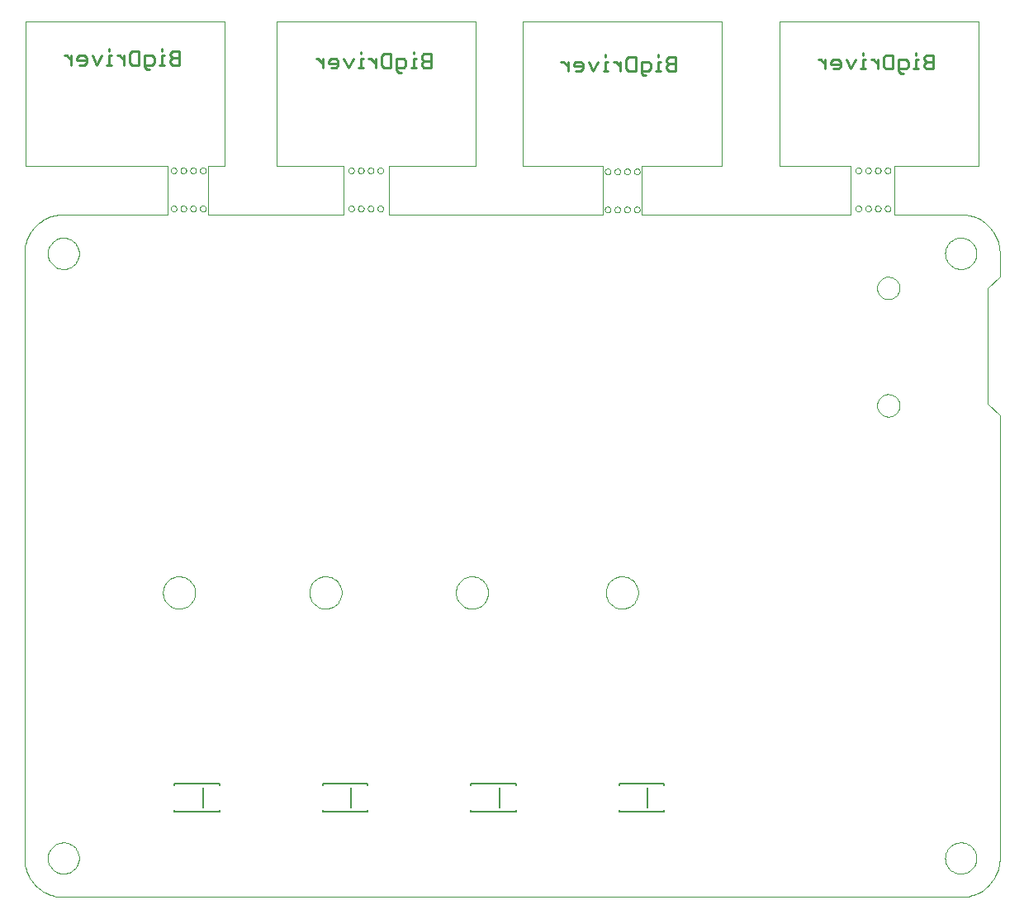
<source format=gbo>
G75*
G70*
%OFA0B0*%
%FSLAX24Y24*%
%IPPOS*%
%LPD*%
%AMOC8*
5,1,8,0,0,1.08239X$1,22.5*
%
%ADD10C,0.0000*%
%ADD11C,0.0000*%
%ADD12C,0.0100*%
%ADD13C,0.0080*%
D10*
X010848Y004483D02*
X010848Y028893D01*
X010850Y028970D01*
X010856Y029047D01*
X010865Y029124D01*
X010878Y029200D01*
X010895Y029276D01*
X010916Y029350D01*
X010940Y029424D01*
X010968Y029496D01*
X010999Y029566D01*
X011034Y029635D01*
X011072Y029703D01*
X011113Y029768D01*
X011158Y029831D01*
X011206Y029892D01*
X011256Y029951D01*
X011309Y030007D01*
X011365Y030060D01*
X011424Y030110D01*
X011485Y030158D01*
X011548Y030203D01*
X011613Y030244D01*
X011681Y030282D01*
X011750Y030317D01*
X011820Y030348D01*
X011892Y030376D01*
X011966Y030400D01*
X012040Y030421D01*
X012116Y030438D01*
X012192Y030451D01*
X012269Y030460D01*
X012346Y030466D01*
X012423Y030468D01*
X012423Y030467D02*
X016635Y030467D01*
X016635Y032436D01*
X010887Y032436D01*
X010887Y038263D01*
X018919Y038263D01*
X018919Y032436D01*
X018250Y032436D01*
X018250Y030467D01*
X023722Y030467D01*
X023722Y032436D01*
X021045Y032436D01*
X021045Y038263D01*
X029076Y038263D01*
X029076Y032436D01*
X025572Y032436D01*
X025572Y030467D01*
X034194Y030467D01*
X034194Y032436D01*
X030966Y032436D01*
X030966Y038263D01*
X038998Y038263D01*
X038998Y032436D01*
X035769Y032436D01*
X035769Y030467D01*
X044194Y030467D01*
X044194Y032436D01*
X041320Y032436D01*
X041320Y038263D01*
X049352Y038263D01*
X049352Y032436D01*
X045966Y032436D01*
X045966Y030467D01*
X048643Y030467D01*
X048643Y030468D02*
X048720Y030466D01*
X048797Y030460D01*
X048874Y030451D01*
X048950Y030438D01*
X049026Y030421D01*
X049100Y030400D01*
X049174Y030376D01*
X049246Y030348D01*
X049316Y030317D01*
X049385Y030282D01*
X049453Y030244D01*
X049518Y030203D01*
X049581Y030158D01*
X049642Y030110D01*
X049701Y030060D01*
X049757Y030007D01*
X049810Y029951D01*
X049860Y029892D01*
X049908Y029831D01*
X049953Y029768D01*
X049994Y029703D01*
X050032Y029635D01*
X050067Y029566D01*
X050098Y029496D01*
X050126Y029424D01*
X050150Y029350D01*
X050171Y029276D01*
X050188Y029200D01*
X050201Y029124D01*
X050210Y029047D01*
X050216Y028970D01*
X050218Y028893D01*
X050218Y027948D01*
X049746Y027475D01*
X049746Y022830D01*
X050218Y022357D01*
X050218Y004483D01*
X050216Y004406D01*
X050210Y004329D01*
X050201Y004252D01*
X050188Y004176D01*
X050171Y004100D01*
X050150Y004026D01*
X050126Y003952D01*
X050098Y003880D01*
X050067Y003810D01*
X050032Y003741D01*
X049994Y003673D01*
X049953Y003608D01*
X049908Y003545D01*
X049860Y003484D01*
X049810Y003425D01*
X049757Y003369D01*
X049701Y003316D01*
X049642Y003266D01*
X049581Y003218D01*
X049518Y003173D01*
X049453Y003132D01*
X049385Y003094D01*
X049316Y003059D01*
X049246Y003028D01*
X049174Y003000D01*
X049100Y002976D01*
X049026Y002955D01*
X048950Y002938D01*
X048874Y002925D01*
X048797Y002916D01*
X048720Y002910D01*
X048643Y002908D01*
X012423Y002908D01*
X012346Y002910D01*
X012269Y002916D01*
X012192Y002925D01*
X012116Y002938D01*
X012040Y002955D01*
X011966Y002976D01*
X011892Y003000D01*
X011820Y003028D01*
X011750Y003059D01*
X011681Y003094D01*
X011613Y003132D01*
X011548Y003173D01*
X011485Y003218D01*
X011424Y003266D01*
X011365Y003316D01*
X011309Y003369D01*
X011256Y003425D01*
X011206Y003484D01*
X011158Y003545D01*
X011113Y003608D01*
X011072Y003673D01*
X011034Y003741D01*
X010999Y003810D01*
X010968Y003880D01*
X010940Y003952D01*
X010916Y004026D01*
X010895Y004100D01*
X010878Y004176D01*
X010865Y004252D01*
X010856Y004329D01*
X010850Y004406D01*
X010848Y004483D01*
D11*
X011793Y004483D02*
X011795Y004533D01*
X011801Y004583D01*
X011811Y004632D01*
X011825Y004680D01*
X011842Y004727D01*
X011863Y004772D01*
X011888Y004816D01*
X011916Y004857D01*
X011948Y004896D01*
X011982Y004933D01*
X012019Y004967D01*
X012059Y004997D01*
X012101Y005024D01*
X012145Y005048D01*
X012191Y005069D01*
X012238Y005085D01*
X012286Y005098D01*
X012336Y005107D01*
X012385Y005112D01*
X012436Y005113D01*
X012486Y005110D01*
X012535Y005103D01*
X012584Y005092D01*
X012632Y005077D01*
X012678Y005059D01*
X012723Y005037D01*
X012766Y005011D01*
X012807Y004982D01*
X012846Y004950D01*
X012882Y004915D01*
X012914Y004877D01*
X012944Y004837D01*
X012971Y004794D01*
X012994Y004750D01*
X013013Y004704D01*
X013029Y004656D01*
X013041Y004607D01*
X013049Y004558D01*
X013053Y004508D01*
X013053Y004458D01*
X013049Y004408D01*
X013041Y004359D01*
X013029Y004310D01*
X013013Y004262D01*
X012994Y004216D01*
X012971Y004172D01*
X012944Y004129D01*
X012914Y004089D01*
X012882Y004051D01*
X012846Y004016D01*
X012807Y003984D01*
X012766Y003955D01*
X012723Y003929D01*
X012678Y003907D01*
X012632Y003889D01*
X012584Y003874D01*
X012535Y003863D01*
X012486Y003856D01*
X012436Y003853D01*
X012385Y003854D01*
X012336Y003859D01*
X012286Y003868D01*
X012238Y003881D01*
X012191Y003897D01*
X012145Y003918D01*
X012101Y003942D01*
X012059Y003969D01*
X012019Y003999D01*
X011982Y004033D01*
X011948Y004070D01*
X011916Y004109D01*
X011888Y004150D01*
X011863Y004194D01*
X011842Y004239D01*
X011825Y004286D01*
X011811Y004334D01*
X011801Y004383D01*
X011795Y004433D01*
X011793Y004483D01*
X016441Y015202D02*
X016443Y015252D01*
X016449Y015302D01*
X016459Y015352D01*
X016472Y015400D01*
X016489Y015448D01*
X016510Y015494D01*
X016534Y015538D01*
X016562Y015580D01*
X016593Y015620D01*
X016627Y015657D01*
X016664Y015692D01*
X016703Y015723D01*
X016744Y015752D01*
X016788Y015777D01*
X016834Y015799D01*
X016881Y015817D01*
X016929Y015831D01*
X016978Y015842D01*
X017028Y015849D01*
X017078Y015852D01*
X017129Y015851D01*
X017179Y015846D01*
X017229Y015837D01*
X017277Y015825D01*
X017325Y015808D01*
X017371Y015788D01*
X017416Y015765D01*
X017459Y015738D01*
X017499Y015708D01*
X017537Y015675D01*
X017572Y015639D01*
X017605Y015600D01*
X017634Y015559D01*
X017660Y015516D01*
X017683Y015471D01*
X017702Y015424D01*
X017717Y015376D01*
X017729Y015327D01*
X017737Y015277D01*
X017741Y015227D01*
X017741Y015177D01*
X017737Y015127D01*
X017729Y015077D01*
X017717Y015028D01*
X017702Y014980D01*
X017683Y014933D01*
X017660Y014888D01*
X017634Y014845D01*
X017605Y014804D01*
X017572Y014765D01*
X017537Y014729D01*
X017499Y014696D01*
X017459Y014666D01*
X017416Y014639D01*
X017371Y014616D01*
X017325Y014596D01*
X017277Y014579D01*
X017229Y014567D01*
X017179Y014558D01*
X017129Y014553D01*
X017078Y014552D01*
X017028Y014555D01*
X016978Y014562D01*
X016929Y014573D01*
X016881Y014587D01*
X016834Y014605D01*
X016788Y014627D01*
X016744Y014652D01*
X016703Y014681D01*
X016664Y014712D01*
X016627Y014747D01*
X016593Y014784D01*
X016562Y014824D01*
X016534Y014866D01*
X016510Y014910D01*
X016489Y014956D01*
X016472Y015004D01*
X016459Y015052D01*
X016449Y015102D01*
X016443Y015152D01*
X016441Y015202D01*
X022352Y015202D02*
X022354Y015252D01*
X022360Y015302D01*
X022370Y015352D01*
X022383Y015400D01*
X022400Y015448D01*
X022421Y015494D01*
X022445Y015538D01*
X022473Y015580D01*
X022504Y015620D01*
X022538Y015657D01*
X022575Y015692D01*
X022614Y015723D01*
X022655Y015752D01*
X022699Y015777D01*
X022745Y015799D01*
X022792Y015817D01*
X022840Y015831D01*
X022889Y015842D01*
X022939Y015849D01*
X022989Y015852D01*
X023040Y015851D01*
X023090Y015846D01*
X023140Y015837D01*
X023188Y015825D01*
X023236Y015808D01*
X023282Y015788D01*
X023327Y015765D01*
X023370Y015738D01*
X023410Y015708D01*
X023448Y015675D01*
X023483Y015639D01*
X023516Y015600D01*
X023545Y015559D01*
X023571Y015516D01*
X023594Y015471D01*
X023613Y015424D01*
X023628Y015376D01*
X023640Y015327D01*
X023648Y015277D01*
X023652Y015227D01*
X023652Y015177D01*
X023648Y015127D01*
X023640Y015077D01*
X023628Y015028D01*
X023613Y014980D01*
X023594Y014933D01*
X023571Y014888D01*
X023545Y014845D01*
X023516Y014804D01*
X023483Y014765D01*
X023448Y014729D01*
X023410Y014696D01*
X023370Y014666D01*
X023327Y014639D01*
X023282Y014616D01*
X023236Y014596D01*
X023188Y014579D01*
X023140Y014567D01*
X023090Y014558D01*
X023040Y014553D01*
X022989Y014552D01*
X022939Y014555D01*
X022889Y014562D01*
X022840Y014573D01*
X022792Y014587D01*
X022745Y014605D01*
X022699Y014627D01*
X022655Y014652D01*
X022614Y014681D01*
X022575Y014712D01*
X022538Y014747D01*
X022504Y014784D01*
X022473Y014824D01*
X022445Y014866D01*
X022421Y014910D01*
X022400Y014956D01*
X022383Y015004D01*
X022370Y015052D01*
X022360Y015102D01*
X022354Y015152D01*
X022352Y015202D01*
X028263Y015202D02*
X028265Y015252D01*
X028271Y015302D01*
X028281Y015352D01*
X028294Y015400D01*
X028311Y015448D01*
X028332Y015494D01*
X028356Y015538D01*
X028384Y015580D01*
X028415Y015620D01*
X028449Y015657D01*
X028486Y015692D01*
X028525Y015723D01*
X028566Y015752D01*
X028610Y015777D01*
X028656Y015799D01*
X028703Y015817D01*
X028751Y015831D01*
X028800Y015842D01*
X028850Y015849D01*
X028900Y015852D01*
X028951Y015851D01*
X029001Y015846D01*
X029051Y015837D01*
X029099Y015825D01*
X029147Y015808D01*
X029193Y015788D01*
X029238Y015765D01*
X029281Y015738D01*
X029321Y015708D01*
X029359Y015675D01*
X029394Y015639D01*
X029427Y015600D01*
X029456Y015559D01*
X029482Y015516D01*
X029505Y015471D01*
X029524Y015424D01*
X029539Y015376D01*
X029551Y015327D01*
X029559Y015277D01*
X029563Y015227D01*
X029563Y015177D01*
X029559Y015127D01*
X029551Y015077D01*
X029539Y015028D01*
X029524Y014980D01*
X029505Y014933D01*
X029482Y014888D01*
X029456Y014845D01*
X029427Y014804D01*
X029394Y014765D01*
X029359Y014729D01*
X029321Y014696D01*
X029281Y014666D01*
X029238Y014639D01*
X029193Y014616D01*
X029147Y014596D01*
X029099Y014579D01*
X029051Y014567D01*
X029001Y014558D01*
X028951Y014553D01*
X028900Y014552D01*
X028850Y014555D01*
X028800Y014562D01*
X028751Y014573D01*
X028703Y014587D01*
X028656Y014605D01*
X028610Y014627D01*
X028566Y014652D01*
X028525Y014681D01*
X028486Y014712D01*
X028449Y014747D01*
X028415Y014784D01*
X028384Y014824D01*
X028356Y014866D01*
X028332Y014910D01*
X028311Y014956D01*
X028294Y015004D01*
X028281Y015052D01*
X028271Y015102D01*
X028265Y015152D01*
X028263Y015202D01*
X034319Y015202D02*
X034321Y015252D01*
X034327Y015302D01*
X034337Y015352D01*
X034350Y015400D01*
X034367Y015448D01*
X034388Y015494D01*
X034412Y015538D01*
X034440Y015580D01*
X034471Y015620D01*
X034505Y015657D01*
X034542Y015692D01*
X034581Y015723D01*
X034622Y015752D01*
X034666Y015777D01*
X034712Y015799D01*
X034759Y015817D01*
X034807Y015831D01*
X034856Y015842D01*
X034906Y015849D01*
X034956Y015852D01*
X035007Y015851D01*
X035057Y015846D01*
X035107Y015837D01*
X035155Y015825D01*
X035203Y015808D01*
X035249Y015788D01*
X035294Y015765D01*
X035337Y015738D01*
X035377Y015708D01*
X035415Y015675D01*
X035450Y015639D01*
X035483Y015600D01*
X035512Y015559D01*
X035538Y015516D01*
X035561Y015471D01*
X035580Y015424D01*
X035595Y015376D01*
X035607Y015327D01*
X035615Y015277D01*
X035619Y015227D01*
X035619Y015177D01*
X035615Y015127D01*
X035607Y015077D01*
X035595Y015028D01*
X035580Y014980D01*
X035561Y014933D01*
X035538Y014888D01*
X035512Y014845D01*
X035483Y014804D01*
X035450Y014765D01*
X035415Y014729D01*
X035377Y014696D01*
X035337Y014666D01*
X035294Y014639D01*
X035249Y014616D01*
X035203Y014596D01*
X035155Y014579D01*
X035107Y014567D01*
X035057Y014558D01*
X035007Y014553D01*
X034956Y014552D01*
X034906Y014555D01*
X034856Y014562D01*
X034807Y014573D01*
X034759Y014587D01*
X034712Y014605D01*
X034666Y014627D01*
X034622Y014652D01*
X034581Y014681D01*
X034542Y014712D01*
X034505Y014747D01*
X034471Y014784D01*
X034440Y014824D01*
X034412Y014866D01*
X034388Y014910D01*
X034367Y014956D01*
X034350Y015004D01*
X034337Y015052D01*
X034327Y015102D01*
X034321Y015152D01*
X034319Y015202D01*
X045265Y022756D02*
X045267Y022798D01*
X045273Y022840D01*
X045283Y022882D01*
X045296Y022922D01*
X045314Y022961D01*
X045335Y022998D01*
X045359Y023032D01*
X045387Y023065D01*
X045417Y023095D01*
X045450Y023121D01*
X045485Y023145D01*
X045523Y023165D01*
X045562Y023181D01*
X045602Y023194D01*
X045644Y023203D01*
X045686Y023208D01*
X045729Y023209D01*
X045771Y023206D01*
X045813Y023199D01*
X045854Y023188D01*
X045894Y023173D01*
X045932Y023155D01*
X045969Y023133D01*
X046003Y023108D01*
X046035Y023080D01*
X046063Y023049D01*
X046089Y023015D01*
X046112Y022979D01*
X046131Y022942D01*
X046147Y022902D01*
X046159Y022861D01*
X046167Y022820D01*
X046171Y022777D01*
X046171Y022735D01*
X046167Y022692D01*
X046159Y022651D01*
X046147Y022610D01*
X046131Y022570D01*
X046112Y022533D01*
X046089Y022497D01*
X046063Y022463D01*
X046035Y022432D01*
X046003Y022404D01*
X045969Y022379D01*
X045932Y022357D01*
X045894Y022339D01*
X045854Y022324D01*
X045813Y022313D01*
X045771Y022306D01*
X045729Y022303D01*
X045686Y022304D01*
X045644Y022309D01*
X045602Y022318D01*
X045562Y022331D01*
X045523Y022347D01*
X045485Y022367D01*
X045450Y022391D01*
X045417Y022417D01*
X045387Y022447D01*
X045359Y022480D01*
X045335Y022514D01*
X045314Y022551D01*
X045296Y022590D01*
X045283Y022630D01*
X045273Y022672D01*
X045267Y022714D01*
X045265Y022756D01*
X045265Y027496D02*
X045267Y027538D01*
X045273Y027580D01*
X045283Y027622D01*
X045296Y027662D01*
X045314Y027701D01*
X045335Y027738D01*
X045359Y027772D01*
X045387Y027805D01*
X045417Y027835D01*
X045450Y027861D01*
X045485Y027885D01*
X045523Y027905D01*
X045562Y027921D01*
X045602Y027934D01*
X045644Y027943D01*
X045686Y027948D01*
X045729Y027949D01*
X045771Y027946D01*
X045813Y027939D01*
X045854Y027928D01*
X045894Y027913D01*
X045932Y027895D01*
X045969Y027873D01*
X046003Y027848D01*
X046035Y027820D01*
X046063Y027789D01*
X046089Y027755D01*
X046112Y027719D01*
X046131Y027682D01*
X046147Y027642D01*
X046159Y027601D01*
X046167Y027560D01*
X046171Y027517D01*
X046171Y027475D01*
X046167Y027432D01*
X046159Y027391D01*
X046147Y027350D01*
X046131Y027310D01*
X046112Y027273D01*
X046089Y027237D01*
X046063Y027203D01*
X046035Y027172D01*
X046003Y027144D01*
X045969Y027119D01*
X045932Y027097D01*
X045894Y027079D01*
X045854Y027064D01*
X045813Y027053D01*
X045771Y027046D01*
X045729Y027043D01*
X045686Y027044D01*
X045644Y027049D01*
X045602Y027058D01*
X045562Y027071D01*
X045523Y027087D01*
X045485Y027107D01*
X045450Y027131D01*
X045417Y027157D01*
X045387Y027187D01*
X045359Y027220D01*
X045335Y027254D01*
X045314Y027291D01*
X045296Y027330D01*
X045283Y027370D01*
X045273Y027412D01*
X045267Y027454D01*
X045265Y027496D01*
X048013Y028893D02*
X048015Y028943D01*
X048021Y028993D01*
X048031Y029042D01*
X048045Y029090D01*
X048062Y029137D01*
X048083Y029182D01*
X048108Y029226D01*
X048136Y029267D01*
X048168Y029306D01*
X048202Y029343D01*
X048239Y029377D01*
X048279Y029407D01*
X048321Y029434D01*
X048365Y029458D01*
X048411Y029479D01*
X048458Y029495D01*
X048506Y029508D01*
X048556Y029517D01*
X048605Y029522D01*
X048656Y029523D01*
X048706Y029520D01*
X048755Y029513D01*
X048804Y029502D01*
X048852Y029487D01*
X048898Y029469D01*
X048943Y029447D01*
X048986Y029421D01*
X049027Y029392D01*
X049066Y029360D01*
X049102Y029325D01*
X049134Y029287D01*
X049164Y029247D01*
X049191Y029204D01*
X049214Y029160D01*
X049233Y029114D01*
X049249Y029066D01*
X049261Y029017D01*
X049269Y028968D01*
X049273Y028918D01*
X049273Y028868D01*
X049269Y028818D01*
X049261Y028769D01*
X049249Y028720D01*
X049233Y028672D01*
X049214Y028626D01*
X049191Y028582D01*
X049164Y028539D01*
X049134Y028499D01*
X049102Y028461D01*
X049066Y028426D01*
X049027Y028394D01*
X048986Y028365D01*
X048943Y028339D01*
X048898Y028317D01*
X048852Y028299D01*
X048804Y028284D01*
X048755Y028273D01*
X048706Y028266D01*
X048656Y028263D01*
X048605Y028264D01*
X048556Y028269D01*
X048506Y028278D01*
X048458Y028291D01*
X048411Y028307D01*
X048365Y028328D01*
X048321Y028352D01*
X048279Y028379D01*
X048239Y028409D01*
X048202Y028443D01*
X048168Y028480D01*
X048136Y028519D01*
X048108Y028560D01*
X048083Y028604D01*
X048062Y028649D01*
X048045Y028696D01*
X048031Y028744D01*
X048021Y028793D01*
X048015Y028843D01*
X048013Y028893D01*
X045573Y030704D02*
X045575Y030725D01*
X045581Y030745D01*
X045590Y030765D01*
X045602Y030782D01*
X045617Y030796D01*
X045635Y030808D01*
X045655Y030816D01*
X045675Y030821D01*
X045696Y030822D01*
X045717Y030819D01*
X045737Y030813D01*
X045756Y030802D01*
X045773Y030789D01*
X045786Y030773D01*
X045797Y030755D01*
X045805Y030735D01*
X045809Y030715D01*
X045809Y030693D01*
X045805Y030673D01*
X045797Y030653D01*
X045786Y030635D01*
X045773Y030619D01*
X045756Y030606D01*
X045737Y030595D01*
X045717Y030589D01*
X045696Y030586D01*
X045675Y030587D01*
X045655Y030592D01*
X045635Y030600D01*
X045617Y030612D01*
X045602Y030626D01*
X045590Y030643D01*
X045581Y030663D01*
X045575Y030683D01*
X045573Y030704D01*
X045179Y030704D02*
X045181Y030725D01*
X045187Y030745D01*
X045196Y030765D01*
X045208Y030782D01*
X045223Y030796D01*
X045241Y030808D01*
X045261Y030816D01*
X045281Y030821D01*
X045302Y030822D01*
X045323Y030819D01*
X045343Y030813D01*
X045362Y030802D01*
X045379Y030789D01*
X045392Y030773D01*
X045403Y030755D01*
X045411Y030735D01*
X045415Y030715D01*
X045415Y030693D01*
X045411Y030673D01*
X045403Y030653D01*
X045392Y030635D01*
X045379Y030619D01*
X045362Y030606D01*
X045343Y030595D01*
X045323Y030589D01*
X045302Y030586D01*
X045281Y030587D01*
X045261Y030592D01*
X045241Y030600D01*
X045223Y030612D01*
X045208Y030626D01*
X045196Y030643D01*
X045187Y030663D01*
X045181Y030683D01*
X045179Y030704D01*
X044785Y030704D02*
X044787Y030725D01*
X044793Y030745D01*
X044802Y030765D01*
X044814Y030782D01*
X044829Y030796D01*
X044847Y030808D01*
X044867Y030816D01*
X044887Y030821D01*
X044908Y030822D01*
X044929Y030819D01*
X044949Y030813D01*
X044968Y030802D01*
X044985Y030789D01*
X044998Y030773D01*
X045009Y030755D01*
X045017Y030735D01*
X045021Y030715D01*
X045021Y030693D01*
X045017Y030673D01*
X045009Y030653D01*
X044998Y030635D01*
X044985Y030619D01*
X044968Y030606D01*
X044949Y030595D01*
X044929Y030589D01*
X044908Y030586D01*
X044887Y030587D01*
X044867Y030592D01*
X044847Y030600D01*
X044829Y030612D01*
X044814Y030626D01*
X044802Y030643D01*
X044793Y030663D01*
X044787Y030683D01*
X044785Y030704D01*
X044391Y030704D02*
X044393Y030725D01*
X044399Y030745D01*
X044408Y030765D01*
X044420Y030782D01*
X044435Y030796D01*
X044453Y030808D01*
X044473Y030816D01*
X044493Y030821D01*
X044514Y030822D01*
X044535Y030819D01*
X044555Y030813D01*
X044574Y030802D01*
X044591Y030789D01*
X044604Y030773D01*
X044615Y030755D01*
X044623Y030735D01*
X044627Y030715D01*
X044627Y030693D01*
X044623Y030673D01*
X044615Y030653D01*
X044604Y030635D01*
X044591Y030619D01*
X044574Y030606D01*
X044555Y030595D01*
X044535Y030589D01*
X044514Y030586D01*
X044493Y030587D01*
X044473Y030592D01*
X044453Y030600D01*
X044435Y030612D01*
X044420Y030626D01*
X044408Y030643D01*
X044399Y030663D01*
X044393Y030683D01*
X044391Y030704D01*
X044391Y032239D02*
X044393Y032260D01*
X044399Y032280D01*
X044408Y032300D01*
X044420Y032317D01*
X044435Y032331D01*
X044453Y032343D01*
X044473Y032351D01*
X044493Y032356D01*
X044514Y032357D01*
X044535Y032354D01*
X044555Y032348D01*
X044574Y032337D01*
X044591Y032324D01*
X044604Y032308D01*
X044615Y032290D01*
X044623Y032270D01*
X044627Y032250D01*
X044627Y032228D01*
X044623Y032208D01*
X044615Y032188D01*
X044604Y032170D01*
X044591Y032154D01*
X044574Y032141D01*
X044555Y032130D01*
X044535Y032124D01*
X044514Y032121D01*
X044493Y032122D01*
X044473Y032127D01*
X044453Y032135D01*
X044435Y032147D01*
X044420Y032161D01*
X044408Y032178D01*
X044399Y032198D01*
X044393Y032218D01*
X044391Y032239D01*
X044785Y032239D02*
X044787Y032260D01*
X044793Y032280D01*
X044802Y032300D01*
X044814Y032317D01*
X044829Y032331D01*
X044847Y032343D01*
X044867Y032351D01*
X044887Y032356D01*
X044908Y032357D01*
X044929Y032354D01*
X044949Y032348D01*
X044968Y032337D01*
X044985Y032324D01*
X044998Y032308D01*
X045009Y032290D01*
X045017Y032270D01*
X045021Y032250D01*
X045021Y032228D01*
X045017Y032208D01*
X045009Y032188D01*
X044998Y032170D01*
X044985Y032154D01*
X044968Y032141D01*
X044949Y032130D01*
X044929Y032124D01*
X044908Y032121D01*
X044887Y032122D01*
X044867Y032127D01*
X044847Y032135D01*
X044829Y032147D01*
X044814Y032161D01*
X044802Y032178D01*
X044793Y032198D01*
X044787Y032218D01*
X044785Y032239D01*
X045179Y032239D02*
X045181Y032260D01*
X045187Y032280D01*
X045196Y032300D01*
X045208Y032317D01*
X045223Y032331D01*
X045241Y032343D01*
X045261Y032351D01*
X045281Y032356D01*
X045302Y032357D01*
X045323Y032354D01*
X045343Y032348D01*
X045362Y032337D01*
X045379Y032324D01*
X045392Y032308D01*
X045403Y032290D01*
X045411Y032270D01*
X045415Y032250D01*
X045415Y032228D01*
X045411Y032208D01*
X045403Y032188D01*
X045392Y032170D01*
X045379Y032154D01*
X045362Y032141D01*
X045343Y032130D01*
X045323Y032124D01*
X045302Y032121D01*
X045281Y032122D01*
X045261Y032127D01*
X045241Y032135D01*
X045223Y032147D01*
X045208Y032161D01*
X045196Y032178D01*
X045187Y032198D01*
X045181Y032218D01*
X045179Y032239D01*
X045573Y032239D02*
X045575Y032260D01*
X045581Y032280D01*
X045590Y032300D01*
X045602Y032317D01*
X045617Y032331D01*
X045635Y032343D01*
X045655Y032351D01*
X045675Y032356D01*
X045696Y032357D01*
X045717Y032354D01*
X045737Y032348D01*
X045756Y032337D01*
X045773Y032324D01*
X045786Y032308D01*
X045797Y032290D01*
X045805Y032270D01*
X045809Y032250D01*
X045809Y032228D01*
X045805Y032208D01*
X045797Y032188D01*
X045786Y032170D01*
X045773Y032154D01*
X045756Y032141D01*
X045737Y032130D01*
X045717Y032124D01*
X045696Y032121D01*
X045675Y032122D01*
X045655Y032127D01*
X045635Y032135D01*
X045617Y032147D01*
X045602Y032161D01*
X045590Y032178D01*
X045581Y032198D01*
X045575Y032218D01*
X045573Y032239D01*
X035454Y032200D02*
X035456Y032221D01*
X035462Y032241D01*
X035471Y032261D01*
X035483Y032278D01*
X035498Y032292D01*
X035516Y032304D01*
X035536Y032312D01*
X035556Y032317D01*
X035577Y032318D01*
X035598Y032315D01*
X035618Y032309D01*
X035637Y032298D01*
X035654Y032285D01*
X035667Y032269D01*
X035678Y032251D01*
X035686Y032231D01*
X035690Y032211D01*
X035690Y032189D01*
X035686Y032169D01*
X035678Y032149D01*
X035667Y032131D01*
X035654Y032115D01*
X035637Y032102D01*
X035618Y032091D01*
X035598Y032085D01*
X035577Y032082D01*
X035556Y032083D01*
X035536Y032088D01*
X035516Y032096D01*
X035498Y032108D01*
X035483Y032122D01*
X035471Y032139D01*
X035462Y032159D01*
X035456Y032179D01*
X035454Y032200D01*
X035061Y032200D02*
X035063Y032221D01*
X035069Y032241D01*
X035078Y032261D01*
X035090Y032278D01*
X035105Y032292D01*
X035123Y032304D01*
X035143Y032312D01*
X035163Y032317D01*
X035184Y032318D01*
X035205Y032315D01*
X035225Y032309D01*
X035244Y032298D01*
X035261Y032285D01*
X035274Y032269D01*
X035285Y032251D01*
X035293Y032231D01*
X035297Y032211D01*
X035297Y032189D01*
X035293Y032169D01*
X035285Y032149D01*
X035274Y032131D01*
X035261Y032115D01*
X035244Y032102D01*
X035225Y032091D01*
X035205Y032085D01*
X035184Y032082D01*
X035163Y032083D01*
X035143Y032088D01*
X035123Y032096D01*
X035105Y032108D01*
X035090Y032122D01*
X035078Y032139D01*
X035069Y032159D01*
X035063Y032179D01*
X035061Y032200D01*
X034667Y032200D02*
X034669Y032221D01*
X034675Y032241D01*
X034684Y032261D01*
X034696Y032278D01*
X034711Y032292D01*
X034729Y032304D01*
X034749Y032312D01*
X034769Y032317D01*
X034790Y032318D01*
X034811Y032315D01*
X034831Y032309D01*
X034850Y032298D01*
X034867Y032285D01*
X034880Y032269D01*
X034891Y032251D01*
X034899Y032231D01*
X034903Y032211D01*
X034903Y032189D01*
X034899Y032169D01*
X034891Y032149D01*
X034880Y032131D01*
X034867Y032115D01*
X034850Y032102D01*
X034831Y032091D01*
X034811Y032085D01*
X034790Y032082D01*
X034769Y032083D01*
X034749Y032088D01*
X034729Y032096D01*
X034711Y032108D01*
X034696Y032122D01*
X034684Y032139D01*
X034675Y032159D01*
X034669Y032179D01*
X034667Y032200D01*
X034273Y032200D02*
X034275Y032221D01*
X034281Y032241D01*
X034290Y032261D01*
X034302Y032278D01*
X034317Y032292D01*
X034335Y032304D01*
X034355Y032312D01*
X034375Y032317D01*
X034396Y032318D01*
X034417Y032315D01*
X034437Y032309D01*
X034456Y032298D01*
X034473Y032285D01*
X034486Y032269D01*
X034497Y032251D01*
X034505Y032231D01*
X034509Y032211D01*
X034509Y032189D01*
X034505Y032169D01*
X034497Y032149D01*
X034486Y032131D01*
X034473Y032115D01*
X034456Y032102D01*
X034437Y032091D01*
X034417Y032085D01*
X034396Y032082D01*
X034375Y032083D01*
X034355Y032088D01*
X034335Y032096D01*
X034317Y032108D01*
X034302Y032122D01*
X034290Y032139D01*
X034281Y032159D01*
X034275Y032179D01*
X034273Y032200D01*
X034273Y030664D02*
X034275Y030685D01*
X034281Y030705D01*
X034290Y030725D01*
X034302Y030742D01*
X034317Y030756D01*
X034335Y030768D01*
X034355Y030776D01*
X034375Y030781D01*
X034396Y030782D01*
X034417Y030779D01*
X034437Y030773D01*
X034456Y030762D01*
X034473Y030749D01*
X034486Y030733D01*
X034497Y030715D01*
X034505Y030695D01*
X034509Y030675D01*
X034509Y030653D01*
X034505Y030633D01*
X034497Y030613D01*
X034486Y030595D01*
X034473Y030579D01*
X034456Y030566D01*
X034437Y030555D01*
X034417Y030549D01*
X034396Y030546D01*
X034375Y030547D01*
X034355Y030552D01*
X034335Y030560D01*
X034317Y030572D01*
X034302Y030586D01*
X034290Y030603D01*
X034281Y030623D01*
X034275Y030643D01*
X034273Y030664D01*
X034667Y030664D02*
X034669Y030685D01*
X034675Y030705D01*
X034684Y030725D01*
X034696Y030742D01*
X034711Y030756D01*
X034729Y030768D01*
X034749Y030776D01*
X034769Y030781D01*
X034790Y030782D01*
X034811Y030779D01*
X034831Y030773D01*
X034850Y030762D01*
X034867Y030749D01*
X034880Y030733D01*
X034891Y030715D01*
X034899Y030695D01*
X034903Y030675D01*
X034903Y030653D01*
X034899Y030633D01*
X034891Y030613D01*
X034880Y030595D01*
X034867Y030579D01*
X034850Y030566D01*
X034831Y030555D01*
X034811Y030549D01*
X034790Y030546D01*
X034769Y030547D01*
X034749Y030552D01*
X034729Y030560D01*
X034711Y030572D01*
X034696Y030586D01*
X034684Y030603D01*
X034675Y030623D01*
X034669Y030643D01*
X034667Y030664D01*
X035061Y030664D02*
X035063Y030685D01*
X035069Y030705D01*
X035078Y030725D01*
X035090Y030742D01*
X035105Y030756D01*
X035123Y030768D01*
X035143Y030776D01*
X035163Y030781D01*
X035184Y030782D01*
X035205Y030779D01*
X035225Y030773D01*
X035244Y030762D01*
X035261Y030749D01*
X035274Y030733D01*
X035285Y030715D01*
X035293Y030695D01*
X035297Y030675D01*
X035297Y030653D01*
X035293Y030633D01*
X035285Y030613D01*
X035274Y030595D01*
X035261Y030579D01*
X035244Y030566D01*
X035225Y030555D01*
X035205Y030549D01*
X035184Y030546D01*
X035163Y030547D01*
X035143Y030552D01*
X035123Y030560D01*
X035105Y030572D01*
X035090Y030586D01*
X035078Y030603D01*
X035069Y030623D01*
X035063Y030643D01*
X035061Y030664D01*
X035454Y030664D02*
X035456Y030685D01*
X035462Y030705D01*
X035471Y030725D01*
X035483Y030742D01*
X035498Y030756D01*
X035516Y030768D01*
X035536Y030776D01*
X035556Y030781D01*
X035577Y030782D01*
X035598Y030779D01*
X035618Y030773D01*
X035637Y030762D01*
X035654Y030749D01*
X035667Y030733D01*
X035678Y030715D01*
X035686Y030695D01*
X035690Y030675D01*
X035690Y030653D01*
X035686Y030633D01*
X035678Y030613D01*
X035667Y030595D01*
X035654Y030579D01*
X035637Y030566D01*
X035618Y030555D01*
X035598Y030549D01*
X035577Y030546D01*
X035556Y030547D01*
X035536Y030552D01*
X035516Y030560D01*
X035498Y030572D01*
X035483Y030586D01*
X035471Y030603D01*
X035462Y030623D01*
X035456Y030643D01*
X035454Y030664D01*
X025100Y030704D02*
X025102Y030725D01*
X025108Y030745D01*
X025117Y030765D01*
X025129Y030782D01*
X025144Y030796D01*
X025162Y030808D01*
X025182Y030816D01*
X025202Y030821D01*
X025223Y030822D01*
X025244Y030819D01*
X025264Y030813D01*
X025283Y030802D01*
X025300Y030789D01*
X025313Y030773D01*
X025324Y030755D01*
X025332Y030735D01*
X025336Y030715D01*
X025336Y030693D01*
X025332Y030673D01*
X025324Y030653D01*
X025313Y030635D01*
X025300Y030619D01*
X025283Y030606D01*
X025264Y030595D01*
X025244Y030589D01*
X025223Y030586D01*
X025202Y030587D01*
X025182Y030592D01*
X025162Y030600D01*
X025144Y030612D01*
X025129Y030626D01*
X025117Y030643D01*
X025108Y030663D01*
X025102Y030683D01*
X025100Y030704D01*
X024706Y030704D02*
X024708Y030725D01*
X024714Y030745D01*
X024723Y030765D01*
X024735Y030782D01*
X024750Y030796D01*
X024768Y030808D01*
X024788Y030816D01*
X024808Y030821D01*
X024829Y030822D01*
X024850Y030819D01*
X024870Y030813D01*
X024889Y030802D01*
X024906Y030789D01*
X024919Y030773D01*
X024930Y030755D01*
X024938Y030735D01*
X024942Y030715D01*
X024942Y030693D01*
X024938Y030673D01*
X024930Y030653D01*
X024919Y030635D01*
X024906Y030619D01*
X024889Y030606D01*
X024870Y030595D01*
X024850Y030589D01*
X024829Y030586D01*
X024808Y030587D01*
X024788Y030592D01*
X024768Y030600D01*
X024750Y030612D01*
X024735Y030626D01*
X024723Y030643D01*
X024714Y030663D01*
X024708Y030683D01*
X024706Y030704D01*
X024313Y030704D02*
X024315Y030725D01*
X024321Y030745D01*
X024330Y030765D01*
X024342Y030782D01*
X024357Y030796D01*
X024375Y030808D01*
X024395Y030816D01*
X024415Y030821D01*
X024436Y030822D01*
X024457Y030819D01*
X024477Y030813D01*
X024496Y030802D01*
X024513Y030789D01*
X024526Y030773D01*
X024537Y030755D01*
X024545Y030735D01*
X024549Y030715D01*
X024549Y030693D01*
X024545Y030673D01*
X024537Y030653D01*
X024526Y030635D01*
X024513Y030619D01*
X024496Y030606D01*
X024477Y030595D01*
X024457Y030589D01*
X024436Y030586D01*
X024415Y030587D01*
X024395Y030592D01*
X024375Y030600D01*
X024357Y030612D01*
X024342Y030626D01*
X024330Y030643D01*
X024321Y030663D01*
X024315Y030683D01*
X024313Y030704D01*
X023919Y030704D02*
X023921Y030725D01*
X023927Y030745D01*
X023936Y030765D01*
X023948Y030782D01*
X023963Y030796D01*
X023981Y030808D01*
X024001Y030816D01*
X024021Y030821D01*
X024042Y030822D01*
X024063Y030819D01*
X024083Y030813D01*
X024102Y030802D01*
X024119Y030789D01*
X024132Y030773D01*
X024143Y030755D01*
X024151Y030735D01*
X024155Y030715D01*
X024155Y030693D01*
X024151Y030673D01*
X024143Y030653D01*
X024132Y030635D01*
X024119Y030619D01*
X024102Y030606D01*
X024083Y030595D01*
X024063Y030589D01*
X024042Y030586D01*
X024021Y030587D01*
X024001Y030592D01*
X023981Y030600D01*
X023963Y030612D01*
X023948Y030626D01*
X023936Y030643D01*
X023927Y030663D01*
X023921Y030683D01*
X023919Y030704D01*
X023919Y032239D02*
X023921Y032260D01*
X023927Y032280D01*
X023936Y032300D01*
X023948Y032317D01*
X023963Y032331D01*
X023981Y032343D01*
X024001Y032351D01*
X024021Y032356D01*
X024042Y032357D01*
X024063Y032354D01*
X024083Y032348D01*
X024102Y032337D01*
X024119Y032324D01*
X024132Y032308D01*
X024143Y032290D01*
X024151Y032270D01*
X024155Y032250D01*
X024155Y032228D01*
X024151Y032208D01*
X024143Y032188D01*
X024132Y032170D01*
X024119Y032154D01*
X024102Y032141D01*
X024083Y032130D01*
X024063Y032124D01*
X024042Y032121D01*
X024021Y032122D01*
X024001Y032127D01*
X023981Y032135D01*
X023963Y032147D01*
X023948Y032161D01*
X023936Y032178D01*
X023927Y032198D01*
X023921Y032218D01*
X023919Y032239D01*
X024313Y032239D02*
X024315Y032260D01*
X024321Y032280D01*
X024330Y032300D01*
X024342Y032317D01*
X024357Y032331D01*
X024375Y032343D01*
X024395Y032351D01*
X024415Y032356D01*
X024436Y032357D01*
X024457Y032354D01*
X024477Y032348D01*
X024496Y032337D01*
X024513Y032324D01*
X024526Y032308D01*
X024537Y032290D01*
X024545Y032270D01*
X024549Y032250D01*
X024549Y032228D01*
X024545Y032208D01*
X024537Y032188D01*
X024526Y032170D01*
X024513Y032154D01*
X024496Y032141D01*
X024477Y032130D01*
X024457Y032124D01*
X024436Y032121D01*
X024415Y032122D01*
X024395Y032127D01*
X024375Y032135D01*
X024357Y032147D01*
X024342Y032161D01*
X024330Y032178D01*
X024321Y032198D01*
X024315Y032218D01*
X024313Y032239D01*
X024706Y032239D02*
X024708Y032260D01*
X024714Y032280D01*
X024723Y032300D01*
X024735Y032317D01*
X024750Y032331D01*
X024768Y032343D01*
X024788Y032351D01*
X024808Y032356D01*
X024829Y032357D01*
X024850Y032354D01*
X024870Y032348D01*
X024889Y032337D01*
X024906Y032324D01*
X024919Y032308D01*
X024930Y032290D01*
X024938Y032270D01*
X024942Y032250D01*
X024942Y032228D01*
X024938Y032208D01*
X024930Y032188D01*
X024919Y032170D01*
X024906Y032154D01*
X024889Y032141D01*
X024870Y032130D01*
X024850Y032124D01*
X024829Y032121D01*
X024808Y032122D01*
X024788Y032127D01*
X024768Y032135D01*
X024750Y032147D01*
X024735Y032161D01*
X024723Y032178D01*
X024714Y032198D01*
X024708Y032218D01*
X024706Y032239D01*
X025100Y032239D02*
X025102Y032260D01*
X025108Y032280D01*
X025117Y032300D01*
X025129Y032317D01*
X025144Y032331D01*
X025162Y032343D01*
X025182Y032351D01*
X025202Y032356D01*
X025223Y032357D01*
X025244Y032354D01*
X025264Y032348D01*
X025283Y032337D01*
X025300Y032324D01*
X025313Y032308D01*
X025324Y032290D01*
X025332Y032270D01*
X025336Y032250D01*
X025336Y032228D01*
X025332Y032208D01*
X025324Y032188D01*
X025313Y032170D01*
X025300Y032154D01*
X025283Y032141D01*
X025264Y032130D01*
X025244Y032124D01*
X025223Y032121D01*
X025202Y032122D01*
X025182Y032127D01*
X025162Y032135D01*
X025144Y032147D01*
X025129Y032161D01*
X025117Y032178D01*
X025108Y032198D01*
X025102Y032218D01*
X025100Y032239D01*
X017935Y032239D02*
X017937Y032260D01*
X017943Y032280D01*
X017952Y032300D01*
X017964Y032317D01*
X017979Y032331D01*
X017997Y032343D01*
X018017Y032351D01*
X018037Y032356D01*
X018058Y032357D01*
X018079Y032354D01*
X018099Y032348D01*
X018118Y032337D01*
X018135Y032324D01*
X018148Y032308D01*
X018159Y032290D01*
X018167Y032270D01*
X018171Y032250D01*
X018171Y032228D01*
X018167Y032208D01*
X018159Y032188D01*
X018148Y032170D01*
X018135Y032154D01*
X018118Y032141D01*
X018099Y032130D01*
X018079Y032124D01*
X018058Y032121D01*
X018037Y032122D01*
X018017Y032127D01*
X017997Y032135D01*
X017979Y032147D01*
X017964Y032161D01*
X017952Y032178D01*
X017943Y032198D01*
X017937Y032218D01*
X017935Y032239D01*
X017541Y032239D02*
X017543Y032260D01*
X017549Y032280D01*
X017558Y032300D01*
X017570Y032317D01*
X017585Y032331D01*
X017603Y032343D01*
X017623Y032351D01*
X017643Y032356D01*
X017664Y032357D01*
X017685Y032354D01*
X017705Y032348D01*
X017724Y032337D01*
X017741Y032324D01*
X017754Y032308D01*
X017765Y032290D01*
X017773Y032270D01*
X017777Y032250D01*
X017777Y032228D01*
X017773Y032208D01*
X017765Y032188D01*
X017754Y032170D01*
X017741Y032154D01*
X017724Y032141D01*
X017705Y032130D01*
X017685Y032124D01*
X017664Y032121D01*
X017643Y032122D01*
X017623Y032127D01*
X017603Y032135D01*
X017585Y032147D01*
X017570Y032161D01*
X017558Y032178D01*
X017549Y032198D01*
X017543Y032218D01*
X017541Y032239D01*
X017147Y032239D02*
X017149Y032260D01*
X017155Y032280D01*
X017164Y032300D01*
X017176Y032317D01*
X017191Y032331D01*
X017209Y032343D01*
X017229Y032351D01*
X017249Y032356D01*
X017270Y032357D01*
X017291Y032354D01*
X017311Y032348D01*
X017330Y032337D01*
X017347Y032324D01*
X017360Y032308D01*
X017371Y032290D01*
X017379Y032270D01*
X017383Y032250D01*
X017383Y032228D01*
X017379Y032208D01*
X017371Y032188D01*
X017360Y032170D01*
X017347Y032154D01*
X017330Y032141D01*
X017311Y032130D01*
X017291Y032124D01*
X017270Y032121D01*
X017249Y032122D01*
X017229Y032127D01*
X017209Y032135D01*
X017191Y032147D01*
X017176Y032161D01*
X017164Y032178D01*
X017155Y032198D01*
X017149Y032218D01*
X017147Y032239D01*
X016754Y032239D02*
X016756Y032260D01*
X016762Y032280D01*
X016771Y032300D01*
X016783Y032317D01*
X016798Y032331D01*
X016816Y032343D01*
X016836Y032351D01*
X016856Y032356D01*
X016877Y032357D01*
X016898Y032354D01*
X016918Y032348D01*
X016937Y032337D01*
X016954Y032324D01*
X016967Y032308D01*
X016978Y032290D01*
X016986Y032270D01*
X016990Y032250D01*
X016990Y032228D01*
X016986Y032208D01*
X016978Y032188D01*
X016967Y032170D01*
X016954Y032154D01*
X016937Y032141D01*
X016918Y032130D01*
X016898Y032124D01*
X016877Y032121D01*
X016856Y032122D01*
X016836Y032127D01*
X016816Y032135D01*
X016798Y032147D01*
X016783Y032161D01*
X016771Y032178D01*
X016762Y032198D01*
X016756Y032218D01*
X016754Y032239D01*
X016754Y030704D02*
X016756Y030725D01*
X016762Y030745D01*
X016771Y030765D01*
X016783Y030782D01*
X016798Y030796D01*
X016816Y030808D01*
X016836Y030816D01*
X016856Y030821D01*
X016877Y030822D01*
X016898Y030819D01*
X016918Y030813D01*
X016937Y030802D01*
X016954Y030789D01*
X016967Y030773D01*
X016978Y030755D01*
X016986Y030735D01*
X016990Y030715D01*
X016990Y030693D01*
X016986Y030673D01*
X016978Y030653D01*
X016967Y030635D01*
X016954Y030619D01*
X016937Y030606D01*
X016918Y030595D01*
X016898Y030589D01*
X016877Y030586D01*
X016856Y030587D01*
X016836Y030592D01*
X016816Y030600D01*
X016798Y030612D01*
X016783Y030626D01*
X016771Y030643D01*
X016762Y030663D01*
X016756Y030683D01*
X016754Y030704D01*
X017147Y030704D02*
X017149Y030725D01*
X017155Y030745D01*
X017164Y030765D01*
X017176Y030782D01*
X017191Y030796D01*
X017209Y030808D01*
X017229Y030816D01*
X017249Y030821D01*
X017270Y030822D01*
X017291Y030819D01*
X017311Y030813D01*
X017330Y030802D01*
X017347Y030789D01*
X017360Y030773D01*
X017371Y030755D01*
X017379Y030735D01*
X017383Y030715D01*
X017383Y030693D01*
X017379Y030673D01*
X017371Y030653D01*
X017360Y030635D01*
X017347Y030619D01*
X017330Y030606D01*
X017311Y030595D01*
X017291Y030589D01*
X017270Y030586D01*
X017249Y030587D01*
X017229Y030592D01*
X017209Y030600D01*
X017191Y030612D01*
X017176Y030626D01*
X017164Y030643D01*
X017155Y030663D01*
X017149Y030683D01*
X017147Y030704D01*
X017541Y030704D02*
X017543Y030725D01*
X017549Y030745D01*
X017558Y030765D01*
X017570Y030782D01*
X017585Y030796D01*
X017603Y030808D01*
X017623Y030816D01*
X017643Y030821D01*
X017664Y030822D01*
X017685Y030819D01*
X017705Y030813D01*
X017724Y030802D01*
X017741Y030789D01*
X017754Y030773D01*
X017765Y030755D01*
X017773Y030735D01*
X017777Y030715D01*
X017777Y030693D01*
X017773Y030673D01*
X017765Y030653D01*
X017754Y030635D01*
X017741Y030619D01*
X017724Y030606D01*
X017705Y030595D01*
X017685Y030589D01*
X017664Y030586D01*
X017643Y030587D01*
X017623Y030592D01*
X017603Y030600D01*
X017585Y030612D01*
X017570Y030626D01*
X017558Y030643D01*
X017549Y030663D01*
X017543Y030683D01*
X017541Y030704D01*
X017935Y030704D02*
X017937Y030725D01*
X017943Y030745D01*
X017952Y030765D01*
X017964Y030782D01*
X017979Y030796D01*
X017997Y030808D01*
X018017Y030816D01*
X018037Y030821D01*
X018058Y030822D01*
X018079Y030819D01*
X018099Y030813D01*
X018118Y030802D01*
X018135Y030789D01*
X018148Y030773D01*
X018159Y030755D01*
X018167Y030735D01*
X018171Y030715D01*
X018171Y030693D01*
X018167Y030673D01*
X018159Y030653D01*
X018148Y030635D01*
X018135Y030619D01*
X018118Y030606D01*
X018099Y030595D01*
X018079Y030589D01*
X018058Y030586D01*
X018037Y030587D01*
X018017Y030592D01*
X017997Y030600D01*
X017979Y030612D01*
X017964Y030626D01*
X017952Y030643D01*
X017943Y030663D01*
X017937Y030683D01*
X017935Y030704D01*
X011793Y028893D02*
X011795Y028943D01*
X011801Y028993D01*
X011811Y029042D01*
X011825Y029090D01*
X011842Y029137D01*
X011863Y029182D01*
X011888Y029226D01*
X011916Y029267D01*
X011948Y029306D01*
X011982Y029343D01*
X012019Y029377D01*
X012059Y029407D01*
X012101Y029434D01*
X012145Y029458D01*
X012191Y029479D01*
X012238Y029495D01*
X012286Y029508D01*
X012336Y029517D01*
X012385Y029522D01*
X012436Y029523D01*
X012486Y029520D01*
X012535Y029513D01*
X012584Y029502D01*
X012632Y029487D01*
X012678Y029469D01*
X012723Y029447D01*
X012766Y029421D01*
X012807Y029392D01*
X012846Y029360D01*
X012882Y029325D01*
X012914Y029287D01*
X012944Y029247D01*
X012971Y029204D01*
X012994Y029160D01*
X013013Y029114D01*
X013029Y029066D01*
X013041Y029017D01*
X013049Y028968D01*
X013053Y028918D01*
X013053Y028868D01*
X013049Y028818D01*
X013041Y028769D01*
X013029Y028720D01*
X013013Y028672D01*
X012994Y028626D01*
X012971Y028582D01*
X012944Y028539D01*
X012914Y028499D01*
X012882Y028461D01*
X012846Y028426D01*
X012807Y028394D01*
X012766Y028365D01*
X012723Y028339D01*
X012678Y028317D01*
X012632Y028299D01*
X012584Y028284D01*
X012535Y028273D01*
X012486Y028266D01*
X012436Y028263D01*
X012385Y028264D01*
X012336Y028269D01*
X012286Y028278D01*
X012238Y028291D01*
X012191Y028307D01*
X012145Y028328D01*
X012101Y028352D01*
X012059Y028379D01*
X012019Y028409D01*
X011982Y028443D01*
X011948Y028480D01*
X011916Y028519D01*
X011888Y028560D01*
X011863Y028604D01*
X011842Y028649D01*
X011825Y028696D01*
X011811Y028744D01*
X011801Y028793D01*
X011795Y028843D01*
X011793Y028893D01*
X048013Y004483D02*
X048015Y004533D01*
X048021Y004583D01*
X048031Y004632D01*
X048045Y004680D01*
X048062Y004727D01*
X048083Y004772D01*
X048108Y004816D01*
X048136Y004857D01*
X048168Y004896D01*
X048202Y004933D01*
X048239Y004967D01*
X048279Y004997D01*
X048321Y005024D01*
X048365Y005048D01*
X048411Y005069D01*
X048458Y005085D01*
X048506Y005098D01*
X048556Y005107D01*
X048605Y005112D01*
X048656Y005113D01*
X048706Y005110D01*
X048755Y005103D01*
X048804Y005092D01*
X048852Y005077D01*
X048898Y005059D01*
X048943Y005037D01*
X048986Y005011D01*
X049027Y004982D01*
X049066Y004950D01*
X049102Y004915D01*
X049134Y004877D01*
X049164Y004837D01*
X049191Y004794D01*
X049214Y004750D01*
X049233Y004704D01*
X049249Y004656D01*
X049261Y004607D01*
X049269Y004558D01*
X049273Y004508D01*
X049273Y004458D01*
X049269Y004408D01*
X049261Y004359D01*
X049249Y004310D01*
X049233Y004262D01*
X049214Y004216D01*
X049191Y004172D01*
X049164Y004129D01*
X049134Y004089D01*
X049102Y004051D01*
X049066Y004016D01*
X049027Y003984D01*
X048986Y003955D01*
X048943Y003929D01*
X048898Y003907D01*
X048852Y003889D01*
X048804Y003874D01*
X048755Y003863D01*
X048706Y003856D01*
X048656Y003853D01*
X048605Y003854D01*
X048556Y003859D01*
X048506Y003868D01*
X048458Y003881D01*
X048411Y003897D01*
X048365Y003918D01*
X048321Y003942D01*
X048279Y003969D01*
X048239Y003999D01*
X048202Y004033D01*
X048168Y004070D01*
X048136Y004109D01*
X048108Y004150D01*
X048083Y004194D01*
X048062Y004239D01*
X048045Y004286D01*
X048031Y004334D01*
X048021Y004383D01*
X048015Y004433D01*
X048013Y004483D01*
D12*
X035937Y036079D02*
X035844Y036079D01*
X035750Y036172D01*
X035750Y036639D01*
X036030Y036639D01*
X036124Y036546D01*
X036124Y036359D01*
X036030Y036265D01*
X035750Y036265D01*
X035516Y036265D02*
X035236Y036265D01*
X035142Y036359D01*
X035142Y036732D01*
X035236Y036826D01*
X035516Y036826D01*
X035516Y036265D01*
X034908Y036265D02*
X034908Y036639D01*
X034908Y036452D02*
X034721Y036639D01*
X034628Y036639D01*
X034402Y036639D02*
X034308Y036639D01*
X034308Y036265D01*
X034215Y036265D02*
X034402Y036265D01*
X033997Y036639D02*
X033810Y036265D01*
X033623Y036639D01*
X033389Y036546D02*
X033296Y036639D01*
X033109Y036639D01*
X033015Y036546D01*
X033015Y036452D01*
X033389Y036452D01*
X033389Y036359D02*
X033389Y036546D01*
X033389Y036359D02*
X033296Y036265D01*
X033109Y036265D01*
X032781Y036265D02*
X032781Y036639D01*
X032781Y036452D02*
X032594Y036639D01*
X032501Y036639D01*
X034308Y036826D02*
X034308Y036919D01*
X036435Y036919D02*
X036435Y036826D01*
X036435Y036639D02*
X036435Y036265D01*
X036342Y036265D02*
X036529Y036265D01*
X036763Y036359D02*
X036856Y036265D01*
X037137Y036265D01*
X037137Y036826D01*
X036856Y036826D01*
X036763Y036732D01*
X036763Y036639D01*
X036856Y036546D01*
X037137Y036546D01*
X036856Y036546D02*
X036763Y036452D01*
X036763Y036359D01*
X036529Y036639D02*
X036435Y036639D01*
X042895Y036718D02*
X042988Y036718D01*
X043175Y036531D01*
X043175Y036344D02*
X043175Y036718D01*
X043409Y036624D02*
X043409Y036531D01*
X043783Y036531D01*
X043783Y036624D02*
X043689Y036718D01*
X043502Y036718D01*
X043409Y036624D01*
X043502Y036344D02*
X043689Y036344D01*
X043783Y036438D01*
X043783Y036624D01*
X044017Y036718D02*
X044204Y036344D01*
X044390Y036718D01*
X044702Y036718D02*
X044702Y036344D01*
X044609Y036344D02*
X044796Y036344D01*
X044796Y036718D02*
X044702Y036718D01*
X044702Y036905D02*
X044702Y036998D01*
X045022Y036718D02*
X045115Y036718D01*
X045302Y036531D01*
X045302Y036344D02*
X045302Y036718D01*
X045536Y036811D02*
X045536Y036438D01*
X045629Y036344D01*
X045910Y036344D01*
X045910Y036905D01*
X045629Y036905D01*
X045536Y036811D01*
X046144Y036718D02*
X046144Y036251D01*
X046237Y036157D01*
X046331Y036157D01*
X046424Y036344D02*
X046144Y036344D01*
X046424Y036344D02*
X046517Y036438D01*
X046517Y036624D01*
X046424Y036718D01*
X046144Y036718D01*
X046829Y036718D02*
X046829Y036344D01*
X046736Y036344D02*
X046923Y036344D01*
X047157Y036438D02*
X047250Y036344D01*
X047530Y036344D01*
X047530Y036905D01*
X047250Y036905D01*
X047157Y036811D01*
X047157Y036718D01*
X047250Y036624D01*
X047530Y036624D01*
X047250Y036624D02*
X047157Y036531D01*
X047157Y036438D01*
X046923Y036718D02*
X046829Y036718D01*
X046829Y036905D02*
X046829Y036998D01*
X027255Y036944D02*
X027255Y036384D01*
X026974Y036384D01*
X026881Y036477D01*
X026881Y036570D01*
X026974Y036664D01*
X027255Y036664D01*
X027255Y036944D02*
X026974Y036944D01*
X026881Y036851D01*
X026881Y036757D01*
X026974Y036664D01*
X026647Y036757D02*
X026554Y036757D01*
X026554Y036384D01*
X026647Y036384D02*
X026460Y036384D01*
X026242Y036477D02*
X026148Y036384D01*
X025868Y036384D01*
X025868Y036290D02*
X025868Y036757D01*
X026148Y036757D01*
X026242Y036664D01*
X026242Y036477D01*
X026055Y036197D02*
X025962Y036197D01*
X025868Y036290D01*
X025634Y036384D02*
X025354Y036384D01*
X025260Y036477D01*
X025260Y036851D01*
X025354Y036944D01*
X025634Y036944D01*
X025634Y036384D01*
X025026Y036384D02*
X025026Y036757D01*
X024840Y036757D02*
X024746Y036757D01*
X024840Y036757D02*
X025026Y036570D01*
X024520Y036384D02*
X024333Y036384D01*
X024427Y036384D02*
X024427Y036757D01*
X024520Y036757D01*
X024427Y036944D02*
X024427Y037037D01*
X024115Y036757D02*
X023928Y036384D01*
X023741Y036757D01*
X023507Y036664D02*
X023414Y036757D01*
X023227Y036757D01*
X023133Y036664D01*
X023133Y036570D01*
X023507Y036570D01*
X023507Y036477D02*
X023507Y036664D01*
X023507Y036477D02*
X023414Y036384D01*
X023227Y036384D01*
X022899Y036384D02*
X022899Y036757D01*
X022713Y036757D02*
X022619Y036757D01*
X022713Y036757D02*
X022899Y036570D01*
X026554Y036944D02*
X026554Y037037D01*
X017097Y037062D02*
X017097Y036502D01*
X016817Y036502D01*
X016724Y036595D01*
X016724Y036688D01*
X016817Y036782D01*
X017097Y036782D01*
X016817Y036782D02*
X016724Y036875D01*
X016724Y036969D01*
X016817Y037062D01*
X017097Y037062D01*
X016490Y036875D02*
X016396Y036875D01*
X016396Y036502D01*
X016303Y036502D02*
X016490Y036502D01*
X016084Y036595D02*
X015991Y036502D01*
X015711Y036502D01*
X015711Y036408D02*
X015711Y036875D01*
X015991Y036875D01*
X016084Y036782D01*
X016084Y036595D01*
X015898Y036315D02*
X015804Y036315D01*
X015711Y036408D01*
X015477Y036502D02*
X015196Y036502D01*
X015103Y036595D01*
X015103Y036969D01*
X015196Y037062D01*
X015477Y037062D01*
X015477Y036502D01*
X014869Y036502D02*
X014869Y036875D01*
X014869Y036688D02*
X014682Y036875D01*
X014589Y036875D01*
X014363Y036875D02*
X014269Y036875D01*
X014269Y036502D01*
X014176Y036502D02*
X014363Y036502D01*
X013957Y036875D02*
X013771Y036502D01*
X013584Y036875D01*
X013350Y036782D02*
X013256Y036875D01*
X013069Y036875D01*
X012976Y036782D01*
X012976Y036688D01*
X013350Y036688D01*
X013350Y036595D02*
X013350Y036782D01*
X013350Y036595D02*
X013256Y036502D01*
X013069Y036502D01*
X012742Y036502D02*
X012742Y036875D01*
X012742Y036688D02*
X012555Y036875D01*
X012462Y036875D01*
X014269Y037062D02*
X014269Y037156D01*
X016396Y037156D02*
X016396Y037062D01*
D13*
X016909Y007498D02*
X016909Y007439D01*
X016909Y007498D02*
X018720Y007498D01*
X018720Y007439D01*
X018051Y007321D02*
X018051Y006533D01*
X018720Y006415D02*
X018720Y006356D01*
X016909Y006356D01*
X016909Y006415D01*
X022892Y006415D02*
X022892Y006356D01*
X024703Y006356D01*
X024703Y006415D01*
X024034Y006533D02*
X024034Y007321D01*
X024703Y007439D02*
X024703Y007498D01*
X022892Y007498D01*
X022892Y007439D01*
X028876Y007498D02*
X028876Y007439D01*
X028876Y007498D02*
X030687Y007498D01*
X030687Y007439D01*
X030017Y007321D02*
X030017Y006533D01*
X030687Y006415D02*
X030687Y006356D01*
X028876Y006356D01*
X028876Y006415D01*
X034859Y006415D02*
X034859Y006356D01*
X036670Y006356D01*
X036670Y006415D01*
X036001Y006533D02*
X036001Y007321D01*
X036670Y007439D02*
X036670Y007498D01*
X034859Y007498D01*
X034859Y007439D01*
M02*

</source>
